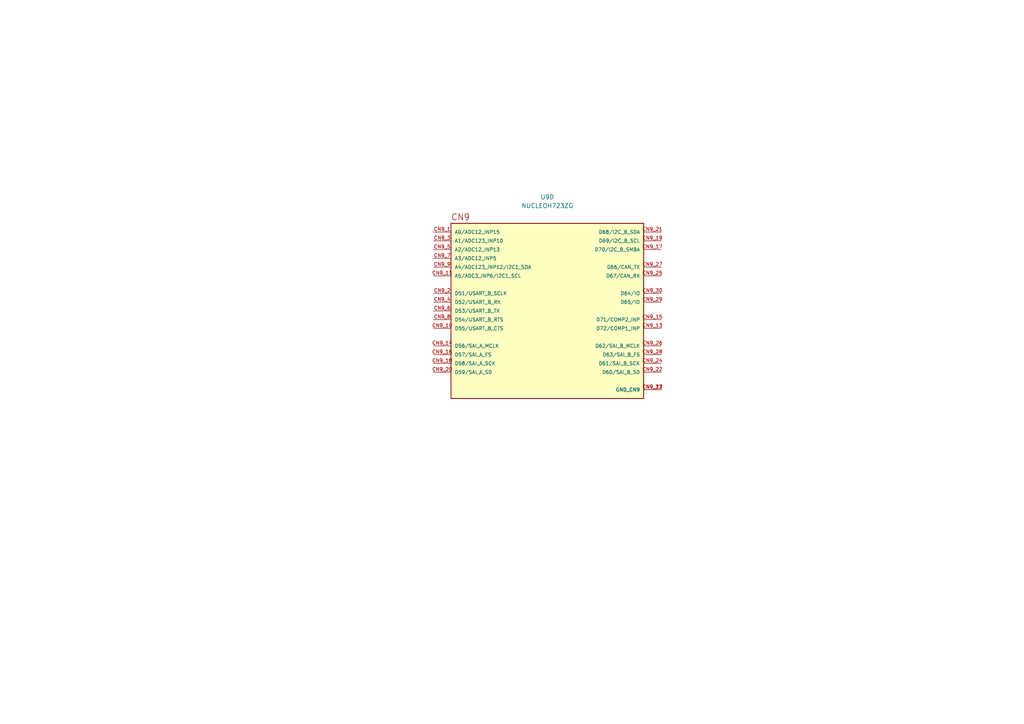
<source format=kicad_sch>
(kicad_sch (version 20250114) (generator "eeschema") (generator_version "9.0")
  (paper "A4")
  (lib_symbols
    (symbol "NUCLEOH723ZG:NUCLEOH723ZG" (pin_names (offset 1.016))
      (property "Reference" "U" (at -12.7 57.15 0))
      (property "Value" "NUCLEOH723ZG" (at -12.7 -54.61 0))
      (symbol "NUCLEOH723ZG_1_0"
        (rectangle (start -12.7 -53.34) (end 12.7 53.34) (stroke (width 0.254)) (fill (type background)))
        (text "CN11" (at -12.7 54.102 0) (effects (font (size 1.778 1.778)) (justify left bottom)))
        (pin input line (at -17.78 35.56 0) (length 5.08) (name "BOOT0") (number "CN11_7"))
        (pin input line (at -17.78 33.02 0) (length 5.08) (name "NRST") (number "CN11_14"))
        (pin bidirectional line (at -17.78 27.94 0) (length 5.08) (name "PA0") (number "CN11_28"))
        (pin bidirectional line (at -17.78 25.4 0) (length 5.08) (name "PA1") (number "CN11_30"))
        (pin bidirectional line (at -17.78 22.86 0) (length 5.08) (name "PA4") (number "CN11_32"))
        (pin bidirectional line (at -17.78 20.32 0) (length 5.08) (name "PA13") (number "CN11_13"))
        (pin bidirectional line (at -17.78 17.78 0) (length 5.08) (name "PA14") (number "CN11_15"))
        (pin bidirectional line (at -17.78 15.24 0) (length 5.08) (name "PA15") (number "CN11_17"))
        (pin bidirectional line (at -17.78 10.16 0) (length 5.08) (name "PB0") (number "CN11_34"))
        (pin bidirectional line (at -17.78 7.62 0) (length 5.08) (name "PB7") (number "CN11_21"))
        (pin bidirectional line (at -17.78 2.54 0) (length 5.08) (name "PC0") (number "CN11_38"))
        (pin bidirectional line (at -17.78 0 0) (length 5.08) (name "PC1") (number "CN11_36"))
        (pin bidirectional line (at -17.78 -2.54 0) (length 5.08) (name "PC2") (number "CN11_35"))
        (pin bidirectional line (at -17.78 -5.08 0) (length 5.08) (name "PC3") (number "CN11_37"))
        (pin bidirectional line (at -17.78 -7.62 0) (length 5.08) (name "PC10") (number "CN11_1"))
        (pin bidirectional line (at -17.78 -10.16 0) (length 5.08) (name "PC11") (number "CN11_2"))
        (pin bidirectional line (at -17.78 -12.7 0) (length 5.08) (name "PC12") (number "CN11_3"))
        (pin bidirectional line (at -17.78 -15.24 0) (length 5.08) (name "PC13") (number "CN11_23"))
        (pin bidirectional line (at -17.78 -17.78 0) (length 5.08) (name "PC14") (number "CN11_25"))
        (pin bidirectional line (at -17.78 -20.32 0) (length 5.08) (name "PC15") (number "CN11_27"))
        (pin bidirectional line (at -17.78 -25.4 0) (length 5.08) (name "PD0") (number "CN11_57"))
        (pin bidirectional line (at -17.78 -27.94 0) (length 5.08) (name "PD1") (number "CN11_55"))
        (pin bidirectional line (at -17.78 -30.48 0) (length 5.08) (name "PD2") (number "CN11_4"))
        (pin bidirectional line (at -17.78 -33.02 0) (length 5.08) (name "PD3") (number "CN11_40"))
        (pin bidirectional line (at -17.78 -35.56 0) (length 5.08) (name "PD4") (number "CN11_39"))
        (pin bidirectional line (at -17.78 -38.1 0) (length 5.08) (name "PD5") (number "CN11_41"))
        (pin bidirectional line (at -17.78 -40.64 0) (length 5.08) (name "PD6") (number "CN11_43"))
        (pin bidirectional line (at -17.78 -43.18 0) (length 5.08) (name "PD7") (number "CN11_45"))
        (pin bidirectional line (at -17.78 -45.72 0) (length 5.08) (name "PD9") (number "CN11_69"))
        (pin power_in line (at 17.78 50.8 180) (length 5.08) (name "3V3") (number "CN11_16"))
        (pin power_in line (at 17.78 48.26 180) (length 5.08) (name "5V") (number "CN11_18"))
        (pin power_in line (at 17.78 45.72 180) (length 5.08) (name "5V_EXT") (number "CN11_6"))
        (pin power_in line (at 17.78 43.18 180) (length 5.08) (name "VBAT") (number "CN11_33"))
        (pin power_in line (at 17.78 40.64 180) (length 5.08) (name "3V3_VDD") (number "CN11_5"))
        (pin power_in line (at 17.78 38.1 180) (length 5.08) (name "VIN") (number "CN11_24"))
        (pin bidirectional line (at 17.78 33.02 180) (length 5.08) (name "IOREF") (number "CN11_12"))
        (pin bidirectional line (at 17.78 27.94 180) (length 5.08) (name "PE1") (number "CN11_61"))
        (pin bidirectional line (at 17.78 25.4 180) (length 5.08) (name "PE2") (number "CN11_46"))
        (pin bidirectional line (at 17.78 22.86 180) (length 5.08) (name "PE3") (number "CN11_47"))
        (pin bidirectional line (at 17.78 20.32 180) (length 5.08) (name "PE4") (number "CN11_48"))
        (pin bidirectional line (at 17.78 17.78 180) (length 5.08) (name "PE5") (number "CN11_50"))
        (pin bidirectional line (at 17.78 15.24 180) (length 5.08) (name "PE6") (number "CN11_62"))
        (pin bidirectional line (at 17.78 10.16 180) (length 5.08) (name "PF0") (number "CN11_53"))
        (pin bidirectional line (at 17.78 7.62 180) (length 5.08) (name "PF1") (number "CN11_51"))
        (pin bidirectional line (at 17.78 5.08 180) (length 5.08) (name "PF2") (number "CN11_52"))
        (pin bidirectional line (at 17.78 2.54 180) (length 5.08) (name "PF6") (number "CN11_9"))
        (pin bidirectional line (at 17.78 0 180) (length 5.08) (name "PF7") (number "CN11_11"))
        (pin bidirectional line (at 17.78 -2.54 180) (length 5.08) (name "PF8") (number "CN11_54"))
        (pin bidirectional line (at 17.78 -5.08 180) (length 5.08) (name "PF9") (number "CN11_56"))
        (pin bidirectional line (at 17.78 -10.16 180) (length 5.08) (name "PG0") (number "CN11_59"))
        (pin bidirectional line (at 17.78 -12.7 180) (length 5.08) (name "PG1") (number "CN11_58"))
        (pin bidirectional line (at 17.78 -15.24 180) (length 5.08) (name "PG2") (number "CN11_42"))
        (pin bidirectional line (at 17.78 -17.78 180) (length 5.08) (name "PG3") (number "CN11_44"))
        (pin bidirectional line (at 17.78 -20.32 180) (length 5.08) (name "PG9") (number "CN11_63"))
        (pin bidirectional line (at 17.78 -22.86 180) (length 5.08) (name "PG10") (number "CN11_66"))
        (pin bidirectional line (at 17.78 -25.4 180) (length 5.08) (name "PG11") (number "CN11_70"))
        (pin bidirectional line (at 17.78 -27.94 180) (length 5.08) (name "PG12") (number "CN11_65"))
        (pin bidirectional line (at 17.78 -30.48 180) (length 5.08) (name "PG13") (number "CN11_68"))
        (pin bidirectional line (at 17.78 -33.02 180) (length 5.08) (name "PG15") (number "CN11_64"))
        (pin bidirectional line (at 17.78 -38.1 180) (length 5.08) (name "PH0") (number "CN11_29"))
        (pin bidirectional line (at 17.78 -40.64 180) (length 5.08) (name "PH1") (number "CN11_31"))
        (pin no_connect line (at 17.78 -45.72 180) (length 5.08) (name "NC") (number "CN11_10"))
        (pin no_connect line (at 17.78 -45.72 180) (length 5.08) (name "NC") (number "CN11_26"))
        (pin no_connect line (at 17.78 -45.72 180) (length 5.08) (name "NC") (number "CN11_67"))
        (pin power_in line (at 17.78 -50.8 180) (length 5.08) (name "GND_CN11") (number "CN11_19"))
        (pin power_in line (at 17.78 -50.8 180) (length 5.08) (name "GND_CN11") (number "CN11_20"))
        (pin power_in line (at 17.78 -50.8 180) (length 5.08) (name "GND_CN11") (number "CN11_22"))
        (pin power_in line (at 17.78 -50.8 180) (length 5.08) (name "GND_CN11") (number "CN11_49"))
        (pin power_in line (at 17.78 -50.8 180) (length 5.08) (name "GND_CN11") (number "CN11_60"))
        (pin power_in line (at 17.78 -50.8 180) (length 5.08) (name "GND_CN11") (number "CN11_8"))
      )
      (symbol "NUCLEOH723ZG_2_0"
        (rectangle (start -12.7 -53.34) (end 12.7 53.34) (stroke (width 0.254)) (fill (type background)))
        (text "CN12" (at -12.7 54.102 0) (effects (font (size 1.778 1.778)) (justify left bottom)))
        (pin bidirectional line (at -17.78 43.18 0) (length 5.08) (name "PA2") (number "CN12_35"))
        (pin bidirectional line (at -17.78 40.64 0) (length 5.08) (name "PA3") (number "CN12_37"))
        (pin bidirectional line (at -17.78 38.1 0) (length 5.08) (name "PA5") (number "CN12_11"))
        (pin bidirectional line (at -17.78 35.56 0) (length 5.08) (name "PA6") (number "CN12_13"))
        (pin bidirectional line (at -17.78 33.02 0) (length 5.08) (name "PA7") (number "CN12_15"))
        (pin bidirectional line (at -17.78 30.48 0) (length 5.08) (name "PA8") (number "CN12_23"))
        (pin bidirectional line (at -17.78 27.94 0) (length 5.08) (name "PA9") (number "CN12_21"))
        (pin bidirectional line (at -17.78 25.4 0) (length 5.08) (name "PA10") (number "CN12_33"))
        (pin bidirectional line (at -17.78 22.86 0) (length 5.08) (name "PA11") (number "CN12_14"))
        (pin bidirectional line (at -17.78 20.32 0) (length 5.08) (name "PA12") (number "CN12_12"))
        (pin bidirectional line (at -17.78 15.24 0) (length 5.08) (name "PB1") (number "CN12_24"))
        (pin bidirectional line (at -17.78 12.7 0) (length 5.08) (name "PB2") (number "CN12_22"))
        (pin bidirectional line (at -17.78 10.16 0) (length 5.08) (name "PB3") (number "CN12_31"))
        (pin bidirectional line (at -17.78 7.62 0) (length 5.08) (name "PB4") (number "CN12_27"))
        (pin bidirectional line (at -17.78 5.08 0) (length 5.08) (name "PB5") (number "CN12_29"))
        (pin bidirectional line (at -17.78 2.54 0) (length 5.08) (name "PB6") (number "CN12_17"))
        (pin bidirectional line (at -17.78 0 0) (length 5.08) (name "PB8") (number "CN12_3"))
        (pin bidirectional line (at -17.78 -2.54 0) (length 5.08) (name "PB9") (number "CN12_5"))
        (pin bidirectional line (at -17.78 -5.08 0) (length 5.08) (name "PB10") (number "CN12_25"))
        (pin bidirectional line (at -17.78 -7.62 0) (length 5.08) (name "PB11") (number "CN12_18"))
        (pin bidirectional line (at -17.78 -10.16 0) (length 5.08) (name "PB12") (number "CN12_16"))
        (pin bidirectional line (at -17.78 -12.7 0) (length 5.08) (name "PB13") (number "CN12_30"))
        (pin bidirectional line (at -17.78 -15.24 0) (length 5.08) (name "PB14") (number "CN12_28"))
        (pin bidirectional line (at -17.78 -17.78 0) (length 5.08) (name "PB15") (number "CN12_26"))
        (pin bidirectional line (at -17.78 -22.86 0) (length 5.08) (name "PC4") (number "CN12_34"))
        (pin bidirectional line (at -17.78 -25.4 0) (length 5.08) (name "PC5") (number "CN12_6"))
        (pin bidirectional line (at -17.78 -27.94 0) (length 5.08) (name "PC6") (number "CN12_4"))
        (pin bidirectional line (at -17.78 -30.48 0) (length 5.08) (name "PC7") (number "CN12_19"))
        (pin bidirectional line (at -17.78 -33.02 0) (length 5.08) (name "PC8") (number "CN12_2"))
        (pin bidirectional line (at -17.78 -35.56 0) (length 5.08) (name "PC9") (number "CN12_1"))
        (pin power_in line (at 17.78 50.8 180) (length 5.08) (name "VREFP") (number "CN12_7"))
        (pin power_in line (at 17.78 48.26 180) (length 5.08) (name "5V_USB_STLK") (number "CN12_8"))
        (pin bidirectional line (at 17.78 43.18 180) (length 5.08) (name "PD8") (number "CN12_10"))
        (pin bidirectional line (at 17.78 40.64 180) (length 5.08) (name "PD10") (number "CN12_65"))
        (pin bidirectional line (at 17.78 38.1 180) (length 5.08) (name "PD11") (number "CN12_45"))
        (pin bidirectional line (at 17.78 35.56 180) (length 5.08) (name "PD12") (number "CN12_43"))
        (pin bidirectional line (at 17.78 33.02 180) (length 5.08) (name "PD13") (number "CN12_41"))
        (pin bidirectional line (at 17.78 30.48 180) (length 5.08) (name "PD14") (number "CN12_46"))
        (pin bidirectional line (at 17.78 27.94 180) (length 5.08) (name "PD15") (number "CN12_48"))
        (pin bidirectional line (at 17.78 22.86 180) (length 5.08) (name "PE0") (number "CN12_64"))
        (pin bidirectional line (at 17.78 20.32 180) (length 5.08) (name "PE7") (number "CN12_44"))
        (pin bidirectional line (at 17.78 17.78 180) (length 5.08) (name "PE8") (number "CN12_40"))
        (pin bidirectional line (at 17.78 15.24 180) (length 5.08) (name "PE9") (number "CN12_52"))
        (pin bidirectional line (at 17.78 12.7 180) (length 5.08) (name "PE10") (number "CN12_47"))
        (pin bidirectional line (at 17.78 10.16 180) (length 5.08) (name "PE11") (number "CN12_56"))
        (pin bidirectional line (at 17.78 7.62 180) (length 5.08) (name "PE12") (number "CN12_49"))
        (pin bidirectional line (at 17.78 5.08 180) (length 5.08) (name "PE13") (number "CN12_55"))
        (pin bidirectional line (at 17.78 2.54 180) (length 5.08) (name "PE14") (number "CN12_51"))
        (pin bidirectional line (at 17.78 0 180) (length 5.08) (name "PE15") (number "CN12_53"))
        (pin bidirectional line (at 17.78 -5.08 180) (length 5.08) (name "PF3") (number "CN12_58"))
        (pin bidirectional line (at 17.78 -7.62 180) (length 5.08) (name "PF4") (number "CN12_38"))
        (pin bidirectional line (at 17.78 -10.16 180) (length 5.08) (name "PF5") (number "CN12_36"))
        (pin bidirectional line (at 17.78 -12.7 180) (length 5.08) (name "PF10") (number "CN12_42"))
        (pin bidirectional line (at 17.78 -15.24 180) (length 5.08) (name "PF11") (number "CN12_62"))
        (pin bidirectional line (at 17.78 -17.78 180) (length 5.08) (name "PF12") (number "CN12_59"))
        (pin bidirectional line (at 17.78 -20.32 180) (length 5.08) (name "PF13") (number "CN12_57"))
        (pin bidirectional line (at 17.78 -22.86 180) (length 5.08) (name "PF14") (number "CN12_50"))
        (pin bidirectional line (at 17.78 -25.4 180) (length 5.08) (name "PF15") (number "CN12_60"))
        (pin bidirectional line (at 17.78 -30.48 180) (length 5.08) (name "PG4") (number "CN12_69"))
        (pin bidirectional line (at 17.78 -33.02 180) (length 5.08) (name "PG5") (number "CN12_68"))
        (pin bidirectional line (at 17.78 -35.56 180) (length 5.08) (name "PG6") (number "CN12_70"))
        (pin bidirectional line (at 17.78 -38.1 180) (length 5.08) (name "PG7") (number "CN12_67"))
        (pin bidirectional line (at 17.78 -40.64 180) (length 5.08) (name "PG8") (number "CN12_66"))
        (pin bidirectional line (at 17.78 -43.18 180) (length 5.08) (name "PG14") (number "CN12_61"))
        (pin power_in line (at 17.78 -48.26 180) (length 5.08) (name "AGND_CN12") (number "CN12_32"))
        (pin power_in line (at 17.78 -50.8 180) (length 5.08) (name "GND_CN12") (number "CN12_20"))
        (pin power_in line (at 17.78 -50.8 180) (length 5.08) (name "GND_CN12") (number "CN12_39"))
        (pin power_in line (at 17.78 -50.8 180) (length 5.08) (name "GND_CN12") (number "CN12_54"))
        (pin power_in line (at 17.78 -50.8 180) (length 5.08) (name "GND_CN12") (number "CN12_63"))
        (pin power_in line (at 17.78 -50.8 180) (length 5.08) (name "GND_CN12") (number "CN12_9"))
      )
      (symbol "NUCLEOH723ZG_3_0"
        (rectangle (start -27.94 -20.32) (end 27.94 20.32) (stroke (width 0.254)) (fill (type background)))
        (text "CN8" (at -27.94 21.082 0) (effects (font (size 1.778 1.778)) (justify left bottom)))
        (pin input line (at -33.02 7.62 0) (length 5.08) (name "NRST_CN8") (number "CN8_5"))
        (pin bidirectional line (at -33.02 2.54 0) (length 5.08) (name "D43/SDMMC_D0") (number "CN8_2"))
        (pin bidirectional line (at -33.02 0 0) (length 5.08) (name "D44/SDMMC_D1/I2S_A_CKIN") (number "CN8_4"))
        (pin bidirectional line (at -33.02 -2.54 0) (length 5.08) (name "D45/SDMMC_D2") (number "CN8_6"))
        (pin bidirectional line (at -33.02 -5.08 0) (length 5.08) (name "D46/SDMMC_D3") (number "CN8_8"))
        (pin bidirectional line (at -33.02 -7.62 0) (length 5.08) (name "D47/SDMMC_CK") (number "CN8_10"))
        (pin bidirectional line (at -33.02 -10.16 0) (length 5.08) (name "D48/SDMMC_CMD") (number "CN8_12"))
        (pin no_connect line (at -33.02 -15.24 0) (length 5.08) (name "NC_CN8") (number "CN8_1"))
        (pin power_in line (at 33.02 17.78 180) (length 5.08) (name "VIN_CN8") (number "CN8_15"))
        (pin power_in line (at 33.02 15.24 180) (length 5.08) (name "5V_CN8") (number "CN8_9"))
        (pin power_in line (at 33.02 12.7 180) (length 5.08) (name "3V3_CN8") (number "CN8_7"))
        (pin bidirectional line (at 33.02 7.62 180) (length 5.08) (name "IOREF_CN8") (number "CN8_3"))
        (pin bidirectional line (at 33.02 0 180) (length 5.08) (name "D50/IO") (number "CN8_16"))
        (pin bidirectional line (at 33.02 -2.54 180) (length 5.08) (name "D49/IO") (number "CN8_14"))
        (pin power_in line (at 33.02 -17.78 180) (length 5.08) (name "GND_CN8") (number "CN8_11"))
        (pin power_in line (at 33.02 -17.78 180) (length 5.08) (name "GND_CN8") (number "CN8_13"))
      )
      (symbol "NUCLEOH723ZG_4_0"
        (rectangle (start -27.94 -25.4) (end 27.94 25.4) (stroke (width 0.254)) (fill (type background)))
        (text "CN9" (at -27.94 26.162 0) (effects (font (size 1.778 1.778)) (justify left bottom)))
        (pin input line (at -33.02 22.86 0) (length 5.08) (name "A0/ADC12_INP15") (number "CN9_1"))
        (pin input line (at -33.02 20.32 0) (length 5.08) (name "A1/ADC123_INP10") (number "CN9_3"))
        (pin input line (at -33.02 17.78 0) (length 5.08) (name "A2/ADC12_INP13") (number "CN9_5"))
        (pin input line (at -33.02 15.24 0) (length 5.08) (name "A3/ADC12_INP5") (number "CN9_7"))
        (pin input line (at -33.02 12.7 0) (length 5.08) (name "A4/ADC123_INP12/I2C1_SDA") (number "CN9_9"))
        (pin input line (at -33.02 10.16 0) (length 5.08) (name "A5/ADC3_INP6/I2C1_SCL") (number "CN9_11"))
        (pin bidirectional line (at -33.02 5.08 0) (length 5.08) (name "D51/USART_B_SCLK") (number "CN9_2"))
        (pin bidirectional line (at -33.02 2.54 0) (length 5.08) (name "D52/USART_B_RX") (number "CN9_4"))
        (pin bidirectional line (at -33.02 0 0) (length 5.08) (name "D53/USART_B_TX") (number "CN9_6"))
        (pin bidirectional line (at -33.02 -2.54 0) (length 5.08) (name "D54/USART_B_RTS") (number "CN9_8"))
        (pin bidirectional line (at -33.02 -5.08 0) (length 5.08) (name "D55/USART_B_CTS") (number "CN9_10"))
        (pin bidirectional line (at -33.02 -10.16 0) (length 5.08) (name "D56/SAI_A_MCLK") (number "CN9_14"))
        (pin bidirectional line (at -33.02 -12.7 0) (length 5.08) (name "D57/SAI_A_FS") (number "CN9_16"))
        (pin bidirectional line (at -33.02 -15.24 0) (length 5.08) (name "D58/SAI_A_SCK") (number "CN9_18"))
        (pin bidirectional line (at -33.02 -17.78 0) (length 5.08) (name "D59/SAI_A_SD") (number "CN9_20"))
        (pin bidirectional line (at 33.02 22.86 180) (length 5.08) (name "D68/I2C_B_SDA") (number "CN9_21"))
        (pin bidirectional line (at 33.02 20.32 180) (length 5.08) (name "D69/I2C_B_SCL") (number "CN9_19"))
        (pin bidirectional line (at 33.02 17.78 180) (length 5.08) (name "D70/I2C_B_SMBA") (number "CN9_17"))
        (pin output line (at 33.02 12.7 180) (length 5.08) (name "D66/CAN_TX") (number "CN9_27"))
        (pin input line (at 33.02 10.16 180) (length 5.08) (name "D67/CAN_RX") (number "CN9_25"))
        (pin bidirectional line (at 33.02 5.08 180) (length 5.08) (name "D64/IO") (number "CN9_30"))
        (pin bidirectional line (at 33.02 2.54 180) (length 5.08) (name "D65/IO") (number "CN9_29"))
        (pin bidirectional line (at 33.02 -2.54 180) (length 5.08) (name "D71/COMP2_INP") (number "CN9_15"))
        (pin bidirectional line (at 33.02 -5.08 180) (length 5.08) (name "D72/COMP1_INP") (number "CN9_13"))
        (pin bidirectional line (at 33.02 -10.16 180) (length 5.08) (name "D62/SAI_B_MCLK") (number "CN9_26"))
        (pin bidirectional line (at 33.02 -12.7 180) (length 5.08) (name "D63/SAI_B_FS") (number "CN9_28"))
        (pin bidirectional line (at 33.02 -15.24 180) (length 5.08) (name "D61/SAI_B_SCK") (number "CN9_24"))
        (pin bidirectional line (at 33.02 -17.78 180) (length 5.08) (name "D60/SAI_B_SD") (number "CN9_22"))
        (pin power_in line (at 33.02 -22.86 180) (length 5.08) (name "GND_CN9") (number "CN9_12"))
        (pin power_in line (at 33.02 -22.86 180) (length 5.08) (name "GND_CN9") (number "CN9_23"))
      )
      (symbol "NUCLEOH723ZG_5_0"
        (rectangle (start -33.02 -20.32) (end 33.02 20.32) (stroke (width 0.254)) (fill (type background)))
        (text "CN7" (at -33.02 21.082 0) (effects (font (size 1.778 1.778)) (justify left bottom)))
        (pin bidirectional line (at -38.1 12.7 0) (length 5.08) (name "D8/IO") (number "CN7_20"))
        (pin bidirectional line (at -38.1 10.16 0) (length 5.08) (name "D9/TIMER_B_PWM2") (number "CN7_18"))
        (pin bidirectional line (at -38.1 2.54 0) (length 5.08) (name "D10/SPI_A_CS/TIM_B_PWM3") (number "CN7_16"))
        (pin bidirectional line (at -38.1 0 0) (length 5.08) (name "D11/SPI_A_MOSI/TIM_E_PWM1") (number "CN7_14"))
        (pin bidirectional line (at -38.1 -2.54 0) (length 5.08) (name "D12/SPI_A_MISO") (number "CN7_12"))
        (pin bidirectional line (at -38.1 -5.08 0) (length 5.08) (name "D13/SPI_A_SCK") (number "CN7_10"))
        (pin bidirectional line (at -38.1 -7.62 0) (length 5.08) (name "D14/I2C_A_SDA") (number "CN7_4"))
        (pin bidirectional line (at -38.1 -10.16 0) (length 5.08) (name "D15/I2C_A_SCL") (number "CN7_2"))
        (pin bidirectional line (at -38.1 -12.7 0) (length 5.08) (name "D16/I2S_A_MCK") (number "CN7_1"))
        (pin power_in line (at 38.1 17.78 180) (length 5.08) (name "VREFP_CN7") (number "CN7_6"))
        (pin bidirectional line (at 38.1 12.7 180) (length 5.08) (name "D25/SPI_B_MISO") (number "CN7_19"))
        (pin bidirectional line (at 38.1 10.16 180) (length 5.08) (name "D24/SPI_B_NSS") (number "CN7_17"))
        (pin bidirectional line (at 38.1 7.62 180) (length 5.08) (name "D23/I2S_B_CK/SPI_B_SCK") (number "CN7_15"))
        (pin bidirectional line (at 38.1 5.08 180) (length 5.08) (name "D22/I2S_B_SD/SPI_B_MOSI") (number "CN7_13"))
        (pin bidirectional line (at 38.1 0 180) (length 5.08) (name "D21/I2S_B_MCK") (number "CN7_11"))
        (pin bidirectional line (at 38.1 -2.54 180) (length 5.08) (name "D20/I2S_B_WS") (number "CN7_9"))
        (pin bidirectional line (at 38.1 -7.62 180) (length 5.08) (name "D19/I2S_A_WS") (number "CN7_7"))
        (pin bidirectional line (at 38.1 -10.16 180) (length 5.08) (name "D18/I2S_A_CK") (number "CN7_5"))
        (pin bidirectional line (at 38.1 -12.7 180) (length 5.08) (name "D17/I2S_A_SD") (number "CN7_3"))
        (pin power_in line (at 38.1 -17.78 180) (length 5.08) (name "GND_CN7") (number "CN7_8"))
      )
      (symbol "NUCLEOH723ZG_6_0"
        (rectangle (start -27.94 -30.48) (end 27.94 30.48) (stroke (width 0.254)) (fill (type background)))
        (text "CN10" (at -27.94 31.242 0) (effects (font (size 1.778 1.778)) (justify left bottom)))
        (pin input line (at -33.02 22.86 0) (length 5.08) (name "A6/ADC_A_IN") (number "CN10_7"))
        (pin input line (at -33.02 20.32 0) (length 5.08) (name "A7/ADC_B_IN") (number "CN10_9"))
        (pin input line (at -33.02 17.78 0) (length 5.08) (name "A8/ADC_C_IN") (number "CN10_11"))
        (pin input line (at -33.02 12.7 0) (length 5.08) (name "D0/USART_A_RX") (number "CN10_16"))
        (pin output line (at -33.02 10.16 0) (length 5.08) (name "D1/USART_A_TX") (number "CN10_14"))
        (pin bidirectional line (at -33.02 5.08 0) (length 5.08) (name "D6/TIMER_A_PWM1") (number "CN10_4"))
        (pin bidirectional line (at -33.02 2.54 0) (length 5.08) (name "D5/TIMER_A_PWM2") (number "CN10_6"))
        (pin bidirectional line (at -33.02 0 0) (length 5.08) (name "D3/TIMER_A_PWM3") (number "CN10_10"))
        (pin bidirectional line (at -33.02 -5.08 0) (length 5.08) (name "D37/TIMER_A_BKIN1") (number "CN10_30"))
        (pin bidirectional line (at -33.02 -7.62 0) (length 5.08) (name "D38/TIMER_A_BKIN2") (number "CN10_28"))
        (pin bidirectional line (at -33.02 -10.16 0) (length 5.08) (name "D39/TIMER_A_PWM3N") (number "CN10_26"))
        (pin bidirectional line (at -33.02 -12.7 0) (length 5.08) (name "D40/TIMER_A_PWM2N") (number "CN10_24"))
        (pin bidirectional line (at -33.02 -15.24 0) (length 5.08) (name "D41/TIMER_A_ETR") (number "CN10_20"))
        (pin bidirectional line (at -33.02 -17.78 0) (length 5.08) (name "D42/TIMER_A_PWM1N") (number "CN10_18"))
        (pin power_in line (at 33.02 27.94 180) (length 5.08) (name "AVDD") (number "CN10_1"))
        (pin bidirectional line (at 33.02 22.86 180) (length 5.08) (name "D34/TIMER_B_ETR") (number "CN10_33"))
        (pin bidirectional line (at 33.02 17.78 180) (length 5.08) (name "D32/TIMER_C_PWM1") (number "CN10_29"))
        (pin bidirectional line (at 33.02 15.24 180) (length 5.08) (name "D36/TIMER_C_PWM2") (number "CN10_32"))
        (pin bidirectional line (at 33.02 12.7 180) (length 5.08) (name "D35/TIMER_C_PWM3") (number "CN10_34"))
        (pin bidirectional line (at 33.02 7.62 180) (length 5.08) (name "D33/TIMER_D_PWM1") (number "CN10_31"))
        (pin bidirectional line (at 33.02 2.54 180) (length 5.08) (name "D2/IO") (number "CN10_12"))
        (pin bidirectional line (at 33.02 0 180) (length 5.08) (name "D4/IO") (number "CN10_8"))
        (pin bidirectional line (at 33.02 -2.54 180) (length 5.08) (name "D7/IO") (number "CN10_2"))
        (pin bidirectional line (at 33.02 -7.62 180) (length 5.08) (name "D26/QSPI_CS") (number "CN10_13"))
        (pin bidirectional line (at 33.02 -10.16 180) (length 5.08) (name "D27/QSPI_CLK") (number "CN10_15"))
        (pin bidirectional line (at 33.02 -12.7 180) (length 5.08) (name "D30/QSPI_BK1_IO0") (number "CN10_23"))
        (pin bidirectional line (at 33.02 -15.24 180) (length 5.08) (name "D29/QSPI_BK1_IO1") (number "CN10_21"))
        (pin bidirectional line (at 33.02 -17.78 180) (length 5.08) (name "D31/QSPI_BK1_IO2") (number "CN10_25"))
        (pin bidirectional line (at 33.02 -20.32 180) (length 5.08) (name "D28/QSPI_BK1_IO3") (number "CN10_19"))
        (pin power_in line (at 33.02 -25.4 180) (length 5.08) (name "AGND_CN10") (number "CN10_3"))
        (pin power_in line (at 33.02 -27.94 180) (length 5.08) (name "GND_CN10") (number "CN10_17"))
        (pin power_in line (at 33.02 -27.94 180) (length 5.08) (name "GND_CN10") (number "CN10_22"))
        (pin power_in line (at 33.02 -27.94 180) (length 5.08) (name "GND_CN10") (number "CN10_27"))
        (pin power_in line (at 33.02 -27.94 180) (length 5.08) (name "GND_CN10") (number "CN10_5"))
      )
      (symbol "NUCLEOH723ZG_7_0"
        (rectangle (start -7.62 -2.54) (end 7.62 2.54) (stroke (width 0.254)) (fill (type background)))
        (text "CN3" (at -7.62 3.302 0) (effects (font (size 1.778 1.778)) (justify left bottom)))
        (pin power_in line (at 12.7 0 180) (length 5.08) (name "GND_CN3") (number "CN3_1"))
        (pin power_in line (at 12.7 0 180) (length 5.08) (name "GND_CN3") (number "CN3_2"))
      )
      (symbol "NUCLEOH723ZG_8_0"
        (rectangle (start -7.62 -2.54) (end 7.62 2.54) (stroke (width 0.254)) (fill (type background)))
        (text "CN4" (at -7.62 3.302 0) (effects (font (size 1.778 1.778)) (justify left bottom)))
        (pin power_in line (at 12.7 0 180) (length 5.08) (name "GND_CN4") (number "CN4_1"))
        (pin power_in line (at 12.7 0 180) (length 5.08) (name "GND_CN4") (number "CN4_2"))
      )
      (symbol "NUCLEOH723ZG_9_0"
        (rectangle (start -7.62 -2.54) (end 7.62 2.54) (stroke (width 0.254)) (fill (type background)))
        (text "CN15" (at -7.62 3.302 0) (effects (font (size 1.778 1.778)) (justify left bottom)))
        (pin power_in line (at 12.7 0 180) (length 5.08) (name "GND_CN15") (number "CN15_1"))
        (pin power_in line (at 12.7 0 180) (length 5.08) (name "GND_CN15") (number "CN15_2"))
      )
      (symbol "NUCLEOH723ZG_10_0"
        (rectangle (start -7.62 -2.54) (end 7.62 2.54) (stroke (width 0.254)) (fill (type background)))
        (text "CN16" (at -7.62 3.302 0) (effects (font (size 1.778 1.778)) (justify left bottom)))
        (pin power_in line (at 12.7 0 180) (length 5.08) (name "GND_CN16") (number "CN16_1"))
        (pin power_in line (at 12.7 0 180) (length 5.08) (name "GND_CN16") (number "CN16_2"))
      )
    )
  )
  (symbol (lib_id "NUCLEOH723ZG:NUCLEOH723ZG") (at 158.75 90.17 0) (unit 4)
    (property "Reference" "U9" (at 158.75 57.15 0))
    (property "Value" "NUCLEOH723ZG" (at 158.75 59.69 0))
    (property "Footprint" "NUCLEOH723ZG:MODULE_NUCLEOH723ZG" (effects (hide yes)))
    (property "MF" "STMicroelectronics" (effects (hide yes)))
    (property "MAXIMUM_PACKAGE_HEIGHT" "18.57 mm" (effects (hide yes)))
    (property "Package" "None" (effects (hide yes)))
    (property "Price" "None" (effects (hide yes)))
    (property "Check_prices" "https://www.snapeda.com/parts/NUCLEOH723ZG/STMicroelectronics/view-part/?ref=eda" (effects (hide yes)))
    (property "STANDARD" "Manufacturer Recommendations" (effects (hide yes)))
    (property "PARTREV" "2" (effects (hide yes)))
    (property "SnapEDA_Link" "https://www.snapeda.com/parts/NUCLEOH723ZG/STMicroelectronics/view-part/?ref=snap" (effects (hide yes)))
    (property "MP" "NUCLEOH723ZG" (effects (hide yes)))
    (property "Description_1" "STM32H723 Nucleo-144 STM32H7 ARM® Cortex®-M7 MCU 32-Bit Embedded Evaluation Board" (effects (hide yes)))
    (property "SNAPEDA_PN" "NUCLEOH723ZG" (effects (hide yes)))
    (property "Availability" "In Stock" (effects (hide yes)))
    (property "MANUFACTURER" "STMicroelectronics" (effects (hide yes)))
  )
)
</source>
